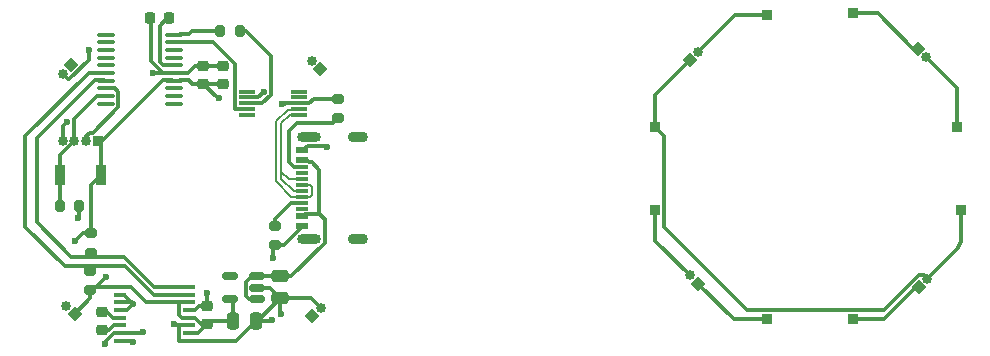
<source format=gbr>
%TF.GenerationSoftware,KiCad,Pcbnew,8.0.0*%
%TF.CreationDate,2024-05-16T16:09:19+03:00*%
%TF.ProjectId,pressure_sensor,70726573-7375-4726-955f-73656e736f72,rev?*%
%TF.SameCoordinates,Original*%
%TF.FileFunction,Copper,L1,Top*%
%TF.FilePolarity,Positive*%
%FSLAX46Y46*%
G04 Gerber Fmt 4.6, Leading zero omitted, Abs format (unit mm)*
G04 Created by KiCad (PCBNEW 8.0.0) date 2024-05-16 16:09:19*
%MOMM*%
%LPD*%
G01*
G04 APERTURE LIST*
G04 Aperture macros list*
%AMRoundRect*
0 Rectangle with rounded corners*
0 $1 Rounding radius*
0 $2 $3 $4 $5 $6 $7 $8 $9 X,Y pos of 4 corners*
0 Add a 4 corners polygon primitive as box body*
4,1,4,$2,$3,$4,$5,$6,$7,$8,$9,$2,$3,0*
0 Add four circle primitives for the rounded corners*
1,1,$1+$1,$2,$3*
1,1,$1+$1,$4,$5*
1,1,$1+$1,$6,$7*
1,1,$1+$1,$8,$9*
0 Add four rect primitives between the rounded corners*
20,1,$1+$1,$2,$3,$4,$5,0*
20,1,$1+$1,$4,$5,$6,$7,0*
20,1,$1+$1,$6,$7,$8,$9,0*
20,1,$1+$1,$8,$9,$2,$3,0*%
%AMHorizOval*
0 Thick line with rounded ends*
0 $1 width*
0 $2 $3 position (X,Y) of the first rounded end (center of the circle)*
0 $4 $5 position (X,Y) of the second rounded end (center of the circle)*
0 Add line between two ends*
20,1,$1,$2,$3,$4,$5,0*
0 Add two circle primitives to create the rounded ends*
1,1,$1,$2,$3*
1,1,$1,$4,$5*%
%AMRotRect*
0 Rectangle, with rotation*
0 The origin of the aperture is its center*
0 $1 length*
0 $2 width*
0 $3 Rotation angle, in degrees counterclockwise*
0 Add horizontal line*
21,1,$1,$2,0,0,$3*%
G04 Aperture macros list end*
%TA.AperFunction,ComponentPad*%
%ADD10R,0.850000X0.850000*%
%TD*%
%TA.AperFunction,ComponentPad*%
%ADD11RotRect,0.850000X0.850000X45.000000*%
%TD*%
%TA.AperFunction,ComponentPad*%
%ADD12HorizOval,0.850000X0.000000X0.000000X0.000000X0.000000X0*%
%TD*%
%TA.AperFunction,SMDPad,CuDef*%
%ADD13R,1.000000X0.400000*%
%TD*%
%TA.AperFunction,SMDPad,CuDef*%
%ADD14RoundRect,0.225000X0.250000X-0.225000X0.250000X0.225000X-0.250000X0.225000X-0.250000X-0.225000X0*%
%TD*%
%TA.AperFunction,ComponentPad*%
%ADD15RotRect,0.850000X0.850000X225.000000*%
%TD*%
%TA.AperFunction,ComponentPad*%
%ADD16HorizOval,0.850000X0.000000X0.000000X0.000000X0.000000X0*%
%TD*%
%TA.AperFunction,SMDPad,CuDef*%
%ADD17RoundRect,0.100000X0.637500X0.100000X-0.637500X0.100000X-0.637500X-0.100000X0.637500X-0.100000X0*%
%TD*%
%TA.AperFunction,SMDPad,CuDef*%
%ADD18RoundRect,0.250000X-0.250000X-0.475000X0.250000X-0.475000X0.250000X0.475000X-0.250000X0.475000X0*%
%TD*%
%TA.AperFunction,SMDPad,CuDef*%
%ADD19RoundRect,0.150000X0.512500X0.150000X-0.512500X0.150000X-0.512500X-0.150000X0.512500X-0.150000X0*%
%TD*%
%TA.AperFunction,ComponentPad*%
%ADD20RotRect,0.850000X0.850000X135.000000*%
%TD*%
%TA.AperFunction,ComponentPad*%
%ADD21HorizOval,0.850000X0.000000X0.000000X0.000000X0.000000X0*%
%TD*%
%TA.AperFunction,SMDPad,CuDef*%
%ADD22RoundRect,0.225000X-0.250000X0.225000X-0.250000X-0.225000X0.250000X-0.225000X0.250000X0.225000X0*%
%TD*%
%TA.AperFunction,ComponentPad*%
%ADD23O,0.850000X0.850000*%
%TD*%
%TA.AperFunction,SMDPad,CuDef*%
%ADD24RoundRect,0.250000X-0.475000X0.250000X-0.475000X-0.250000X0.475000X-0.250000X0.475000X0.250000X0*%
%TD*%
%TA.AperFunction,SMDPad,CuDef*%
%ADD25RoundRect,0.200000X-0.275000X0.200000X-0.275000X-0.200000X0.275000X-0.200000X0.275000X0.200000X0*%
%TD*%
%TA.AperFunction,SMDPad,CuDef*%
%ADD26RoundRect,0.200000X-0.200000X-0.275000X0.200000X-0.275000X0.200000X0.275000X-0.200000X0.275000X0*%
%TD*%
%TA.AperFunction,SMDPad,CuDef*%
%ADD27RoundRect,0.200000X0.275000X-0.200000X0.275000X0.200000X-0.275000X0.200000X-0.275000X-0.200000X0*%
%TD*%
%TA.AperFunction,SMDPad,CuDef*%
%ADD28R,1.400000X0.300000*%
%TD*%
%TA.AperFunction,SMDPad,CuDef*%
%ADD29R,0.900000X1.700000*%
%TD*%
%TA.AperFunction,SMDPad,CuDef*%
%ADD30RoundRect,0.225000X0.225000X0.250000X-0.225000X0.250000X-0.225000X-0.250000X0.225000X-0.250000X0*%
%TD*%
%TA.AperFunction,ComponentPad*%
%ADD31RotRect,0.850000X0.850000X315.000000*%
%TD*%
%TA.AperFunction,ComponentPad*%
%ADD32HorizOval,0.850000X0.000000X0.000000X0.000000X0.000000X0*%
%TD*%
%TA.AperFunction,SMDPad,CuDef*%
%ADD33R,1.140000X0.600000*%
%TD*%
%TA.AperFunction,SMDPad,CuDef*%
%ADD34R,1.140000X0.300000*%
%TD*%
%TA.AperFunction,ComponentPad*%
%ADD35O,2.000000X0.900000*%
%TD*%
%TA.AperFunction,ComponentPad*%
%ADD36O,1.700000X0.900000*%
%TD*%
%TA.AperFunction,ViaPad*%
%ADD37C,0.600000*%
%TD*%
%TA.AperFunction,Conductor*%
%ADD38C,0.300000*%
%TD*%
%TA.AperFunction,Conductor*%
%ADD39C,0.200000*%
%TD*%
G04 APERTURE END LIST*
D10*
%TO.P,J12,1,Pin_1*%
%TO.N,/Ap*%
X234892136Y-81892136D03*
%TD*%
D11*
%TO.P,J10,1,Pin_1*%
%TO.N,/An*%
X231210029Y-68260029D03*
D12*
%TO.P,J10,2,Pin_2*%
%TO.N,+3.3VA*%
X231917136Y-68967136D03*
%TD*%
D13*
%TO.P,D1,1,DVDD*%
%TO.N,+3.3V*%
X163700004Y-88450003D03*
%TO.P,D1,2,DGND*%
%TO.N,GND*%
X163700002Y-89100003D03*
%TO.P,D1,3,CLKIN*%
X163700004Y-89750004D03*
%TO.P,D1,4,GAIN*%
X163700004Y-90400006D03*
%TO.P,D1,5,CAP*%
%TO.N,Net-(C3-Pad2)*%
X163699994Y-91049993D03*
%TO.P,D1,6,CAP*%
%TO.N,Net-(C3-Pad1)*%
X163700000Y-91700005D03*
%TO.P,D1,7,AINP*%
%TO.N,/A+*%
X163700001Y-92350005D03*
%TO.P,D1,8,AINN*%
%TO.N,/A-*%
X163700002Y-93000001D03*
%TO.P,D1,9,REFN*%
%TO.N,GND*%
X169500000Y-93000001D03*
%TO.P,D1,10,REFP*%
%TO.N,+3.3V*%
X169500002Y-92350001D03*
%TO.P,D1,11,AGND*%
%TO.N,GND*%
X169500000Y-91700000D03*
%TO.P,D1,12,AVDD*%
%TO.N,+3.3V*%
X169500000Y-91049998D03*
%TO.P,D1,13,SPEED*%
%TO.N,GND*%
X169500010Y-90400011D03*
%TO.P,D1,14,PWDN*%
%TO.N,+3.3V*%
X169500004Y-89749999D03*
%TO.P,D1,15,SCLK*%
%TO.N,/I2C2_SCL*%
X169500003Y-89099999D03*
%TO.P,D1,16,~DRDY/DOUT*%
%TO.N,/I2C2_SDA*%
X169500002Y-88450003D03*
%TD*%
D14*
%TO.P,C19,1*%
%TO.N,+3.3V*%
X172350000Y-71250000D03*
%TO.P,C19,2*%
%TO.N,GND*%
X172350000Y-69699998D03*
%TD*%
D15*
%TO.P,J2,1,Pin_1*%
%TO.N,+3.3V*%
X159825000Y-90725000D03*
D16*
%TO.P,J2,2,Pin_2*%
%TO.N,/A+*%
X159117893Y-90017893D03*
%TD*%
D17*
%TO.P,U4,1,PB7/PB8*%
%TO.N,unconnected-(U4-PB7{slash}PB8-Pad1)*%
X168199999Y-72925000D03*
%TO.P,U4,2,PC14/PB9*%
%TO.N,unconnected-(U4-PC14{slash}PB9-Pad2)*%
X168200000Y-72275000D03*
%TO.P,U4,3,PC15*%
%TO.N,unconnected-(U4-PC15-Pad3)*%
X168200000Y-71625000D03*
%TO.P,U4,4,VDD*%
%TO.N,+3.3V*%
X168200000Y-70975000D03*
%TO.P,U4,5,VSS*%
%TO.N,GND*%
X168199999Y-70324999D03*
%TO.P,U4,6,NRST*%
%TO.N,/NRST*%
X168199999Y-69675001D03*
%TO.P,U4,7,PA0*%
%TO.N,unconnected-(U4-PA0-Pad7)*%
X168200000Y-69025000D03*
%TO.P,U4,8,PA1*%
%TO.N,unconnected-(U4-PA1-Pad8)*%
X168200000Y-68375001D03*
%TO.P,U4,9,PA2*%
%TO.N,/USART2_TX*%
X168199999Y-67724999D03*
%TO.P,U4,10,PA3*%
%TO.N,/USART2_RX*%
X168200004Y-67075001D03*
%TO.P,U4,11,PA4*%
%TO.N,unconnected-(U4-PA4-Pad11)*%
X162475001Y-67075000D03*
%TO.P,U4,12,PA5*%
%TO.N,unconnected-(U4-PA5-Pad12)*%
X162475000Y-67725000D03*
%TO.P,U4,13,PA6*%
%TO.N,unconnected-(U4-PA6-Pad13)*%
X162475000Y-68375000D03*
%TO.P,U4,14,PA7*%
%TO.N,unconnected-(U4-PA7-Pad14)*%
X162475000Y-69025000D03*
%TO.P,U4,15,PB0/PB1/PB2/PA8*%
%TO.N,unconnected-(U4-PB0{slash}PB1{slash}PB2{slash}PA8-Pad15)*%
X162475001Y-69675001D03*
%TO.P,U4,16,PA11/PA9*%
%TO.N,/I2C2_SCL*%
X162475001Y-70324999D03*
%TO.P,U4,17,PA12/PA10*%
%TO.N,/I2C2_SDA*%
X162475000Y-70975000D03*
%TO.P,U4,18,PA13*%
%TO.N,/SWCLK*%
X162475000Y-71624999D03*
%TO.P,U4,19,PA14/PA15*%
%TO.N,/SWDIO*%
X162475001Y-72275001D03*
%TO.P,U4,20,PB3/PB4/PB5/PB6*%
%TO.N,unconnected-(U4-PB3{slash}PB4{slash}PB5{slash}PB6-Pad20)*%
X162474996Y-72924999D03*
%TD*%
D18*
%TO.P,C17,1*%
%TO.N,+3.3V*%
X173250002Y-91300002D03*
%TO.P,C17,2*%
%TO.N,GND*%
X175150000Y-91300002D03*
%TD*%
D19*
%TO.P,U3,1,VIN*%
%TO.N,VBUS*%
X175249998Y-89450003D03*
%TO.P,U3,2,GND*%
%TO.N,GND*%
X175249998Y-88500003D03*
%TO.P,U3,3,EN*%
%TO.N,VBUS*%
X175249998Y-87550003D03*
%TO.P,U3,4,NC*%
%TO.N,unconnected-(U3-NC-Pad4)*%
X172974998Y-87550003D03*
%TO.P,U3,5,VOUT*%
%TO.N,+3.3V*%
X172974998Y-89450003D03*
%TD*%
D15*
%TO.P,J4,1,Pin_1*%
%TO.N,/A+*%
X180600000Y-70000000D03*
D16*
%TO.P,J4,2,Pin_2*%
%TO.N,GND*%
X179892893Y-69292893D03*
%TD*%
D10*
%TO.P,J14,1,Pin_1*%
%TO.N,GNDA*%
X208992136Y-81892136D03*
%TD*%
D20*
%TO.P,J7,1,Pin_1*%
%TO.N,+3.3VA*%
X231317136Y-88467136D03*
D21*
%TO.P,J7,2,Pin_2*%
%TO.N,/Ap*%
X232024243Y-87760029D03*
%TD*%
D22*
%TO.P,C4,1*%
%TO.N,GND*%
X171050001Y-90059875D03*
%TO.P,C4,2*%
%TO.N,+3.3V*%
X171050001Y-91609877D03*
%TD*%
D10*
%TO.P,J3,1,Pin_1*%
%TO.N,+3.3V*%
X161800001Y-76075000D03*
D23*
%TO.P,J3,2,Pin_2*%
%TO.N,/SWCLK*%
X160800001Y-76075000D03*
%TO.P,J3,3,Pin_3*%
%TO.N,/SWDIO*%
X159800001Y-76075000D03*
%TO.P,J3,4,Pin_4*%
%TO.N,GND*%
X158800001Y-76075000D03*
%TD*%
D24*
%TO.P,C16,1*%
%TO.N,VBUS*%
X177250000Y-87500002D03*
%TO.P,C16,2*%
%TO.N,GND*%
X177250000Y-89400000D03*
%TD*%
D10*
%TO.P,J1,1,Pin_1*%
%TO.N,+3.3VA*%
X234567136Y-74867136D03*
%TD*%
%TO.P,J16,1,Pin_1*%
%TO.N,/An*%
X218417136Y-91192136D03*
%TD*%
%TO.P,J18,1,Pin_1*%
%TO.N,GNDA*%
X218417136Y-65392136D03*
%TD*%
D25*
%TO.P,R14,1*%
%TO.N,/I2C2_SCL*%
X161150000Y-87075000D03*
%TO.P,R14,2*%
%TO.N,+3.3V*%
X161150000Y-88725000D03*
%TD*%
D26*
%TO.P,R9,1*%
%TO.N,/SWDIO*%
X158550000Y-81575000D03*
%TO.P,R9,2*%
%TO.N,GND*%
X160200000Y-81575000D03*
%TD*%
D10*
%TO.P,J13,1,Pin_1*%
%TO.N,/Ap*%
X208992136Y-74942136D03*
%TD*%
D20*
%TO.P,J8,1,Pin_1*%
%TO.N,/Ap*%
X211917136Y-69267136D03*
D21*
%TO.P,J8,2,Pin_2*%
%TO.N,GNDA*%
X212624243Y-68560029D03*
%TD*%
D14*
%TO.P,C3,1*%
%TO.N,Net-(C3-Pad1)*%
X162100000Y-92100000D03*
%TO.P,C3,2*%
%TO.N,Net-(C3-Pad2)*%
X162100000Y-90549998D03*
%TD*%
D10*
%TO.P,J17,1,Pin_1*%
%TO.N,/An*%
X225692136Y-65292136D03*
%TD*%
D27*
%TO.P,R1,1*%
%TO.N,Net-(J11-CC2)*%
X182150000Y-74150000D03*
%TO.P,R1,2*%
%TO.N,GND*%
X182150000Y-72500000D03*
%TD*%
D28*
%TO.P,U5,1,UD+*%
%TO.N,/D+*%
X178850005Y-73899998D03*
%TO.P,U5,2,UD-*%
%TO.N,/D-*%
X178850000Y-73400000D03*
%TO.P,U5,3,GND*%
%TO.N,GND*%
X178850000Y-72900000D03*
%TO.P,U5,4,~{RTS}*%
%TO.N,unconnected-(U5-~{RTS}-Pad4)*%
X178850002Y-72400004D03*
%TO.P,U5,5,~{CTS}*%
%TO.N,unconnected-(U5-~{CTS}-Pad5)*%
X178850001Y-71899999D03*
%TO.P,U5,6,TNOW*%
%TO.N,unconnected-(U5-TNOW-Pad6)*%
X174449995Y-71900002D03*
%TO.P,U5,7,VCC*%
%TO.N,+3.3V*%
X174450000Y-72400000D03*
%TO.P,U5,8,TXD*%
%TO.N,Net-(U5-TXD)*%
X174450000Y-72900000D03*
%TO.P,U5,9,RXD*%
%TO.N,/USART2_TX*%
X174449998Y-73399996D03*
%TO.P,U5,10,V3*%
%TO.N,unconnected-(U5-V3-Pad10)*%
X174449999Y-73900001D03*
%TD*%
D29*
%TO.P,SW2,1,1*%
%TO.N,/SWDIO*%
X158625000Y-79000000D03*
%TO.P,SW2,2,2*%
%TO.N,+3.3V*%
X162025000Y-79000000D03*
%TD*%
D10*
%TO.P,J15,1,Pin_1*%
%TO.N,+3.3VA*%
X225717136Y-91192136D03*
%TD*%
D27*
%TO.P,R15,1*%
%TO.N,/I2C2_SDA*%
X161175000Y-85550000D03*
%TO.P,R15,2*%
%TO.N,+3.3V*%
X161175000Y-83900000D03*
%TD*%
D30*
%TO.P,C20,1*%
%TO.N,/NRST*%
X167775002Y-65650000D03*
%TO.P,C20,2*%
%TO.N,GND*%
X166225000Y-65650000D03*
%TD*%
D15*
%TO.P,J9,1,Pin_1*%
%TO.N,/An*%
X212617136Y-88167136D03*
D16*
%TO.P,J9,2,Pin_2*%
%TO.N,GNDA*%
X211910029Y-87460029D03*
%TD*%
D31*
%TO.P,J6,1,Pin_1*%
%TO.N,/A-*%
X159503554Y-69696445D03*
D32*
%TO.P,J6,2,Pin_2*%
%TO.N,+3.3V*%
X158796447Y-70403552D03*
%TD*%
D14*
%TO.P,C18,1*%
%TO.N,+3.3V*%
X170700000Y-71250000D03*
%TO.P,C18,2*%
%TO.N,GND*%
X170700000Y-69699998D03*
%TD*%
D20*
%TO.P,J5,1,Pin_1*%
%TO.N,/A-*%
X179942893Y-90907107D03*
D21*
%TO.P,J5,2,Pin_2*%
%TO.N,GND*%
X180650000Y-90200000D03*
%TD*%
D33*
%TO.P,J11,A1_B12,GND*%
%TO.N,GND*%
X179050001Y-83275000D03*
%TO.P,J11,A4_B9,VBUS*%
%TO.N,VBUS*%
X179050001Y-82475001D03*
D34*
%TO.P,J11,A5,CC1*%
%TO.N,Net-(J11-CC1)*%
X179050001Y-81325000D03*
%TO.P,J11,A6,DP1*%
%TO.N,/D+*%
X179050000Y-80325000D03*
%TO.P,J11,A7,DN1*%
%TO.N,/D-*%
X179050001Y-79825001D03*
%TO.P,J11,A8,SBU1*%
%TO.N,unconnected-(J11-SBU1-PadA8)*%
X179050002Y-78825000D03*
D33*
%TO.P,J11,B1_A12,GND*%
%TO.N,GND*%
X179050001Y-76875000D03*
%TO.P,J11,B4_A9,VBUS*%
%TO.N,VBUS*%
X179050002Y-77674999D03*
D34*
%TO.P,J11,B5,CC2*%
%TO.N,Net-(J11-CC2)*%
X179050000Y-78325000D03*
%TO.P,J11,B6,DP2*%
%TO.N,/D+*%
X179050000Y-79324999D03*
%TO.P,J11,B7,DN2*%
%TO.N,/D-*%
X179050002Y-80825001D03*
%TO.P,J11,B8,SBU2*%
%TO.N,unconnected-(J11-SBU2-PadB8)*%
X179050001Y-81825000D03*
D35*
%TO.P,J11,S1,SHIELD*%
%TO.N,unconnected-(J11-SHIELD-PadS1)_2*%
X179630001Y-84400000D03*
%TO.P,J11,S2,SHIELD*%
%TO.N,unconnected-(J11-SHIELD-PadS1)_0*%
X179630002Y-75749999D03*
D36*
%TO.P,J11,S3,SHIELD*%
%TO.N,unconnected-(J11-SHIELD-PadS1)*%
X183800001Y-84400000D03*
%TO.P,J11,S4,SHIELD*%
%TO.N,unconnected-(J11-SHIELD-PadS1)_1*%
X183800001Y-75750000D03*
%TD*%
D25*
%TO.P,R2,1*%
%TO.N,Net-(J11-CC1)*%
X176800000Y-83250000D03*
%TO.P,R2,2*%
%TO.N,GND*%
X176800000Y-84900000D03*
%TD*%
D26*
%TO.P,R10,1*%
%TO.N,/USART2_RX*%
X172150000Y-66750000D03*
%TO.P,R10,2*%
%TO.N,Net-(U5-TXD)*%
X173800000Y-66750000D03*
%TD*%
D37*
%TO.N,GND*%
X176600000Y-86000000D03*
X177375000Y-72975000D03*
X159175000Y-74450000D03*
X181200000Y-76575000D03*
X164775000Y-89850000D03*
X171050000Y-89000000D03*
X160150000Y-82625000D03*
X166425000Y-70325000D03*
X176500000Y-91275000D03*
X168275000Y-91575000D03*
X177275000Y-90775000D03*
%TO.N,+3.3V*%
X172050000Y-72475000D03*
X162500000Y-87575000D03*
X175825000Y-71950000D03*
X161000000Y-68425000D03*
X159875000Y-84525000D03*
%TO.N,/A-*%
X164725000Y-93075000D03*
%TO.N,/A+*%
X165600000Y-92300000D03*
X162375000Y-93275000D03*
%TD*%
D38*
%TO.N,GND*%
X180100000Y-72500000D02*
X182150000Y-72500000D01*
X170000002Y-69699998D02*
X170700000Y-69699998D01*
X178850000Y-72900000D02*
X177650000Y-72900000D01*
X160200000Y-82575000D02*
X160150000Y-82625000D01*
X179150000Y-76875000D02*
X179540000Y-76485000D01*
X176474998Y-91300002D02*
X176500000Y-91275000D01*
X179540000Y-76485000D02*
X181110000Y-76485000D01*
X170700000Y-69699998D02*
X172350000Y-69699998D01*
X173450001Y-93000001D02*
X169500000Y-93000001D01*
X177525000Y-84900000D02*
X179150000Y-83275000D01*
X169400001Y-70299999D02*
X170000002Y-69699998D01*
X170315125Y-90059875D02*
X171050001Y-90059875D01*
X163700002Y-89100003D02*
X164025003Y-89100003D01*
X176600000Y-84900000D02*
X177525000Y-84900000D01*
X163700004Y-89750004D02*
X164675004Y-89750004D01*
X164025003Y-89100003D02*
X164775000Y-89850000D01*
X168275000Y-91575000D02*
X168625000Y-91700000D01*
X168625000Y-92925001D02*
X168625000Y-91700000D01*
X168024999Y-70299999D02*
X166450001Y-70299999D01*
X163700004Y-90400006D02*
X164224994Y-90400006D01*
X176350003Y-88500003D02*
X177250000Y-89400000D01*
X166299998Y-69312497D02*
X167287500Y-70299999D01*
X166299998Y-65500000D02*
X166299998Y-69312497D01*
X167287500Y-70299999D02*
X168024999Y-70299999D01*
X180650000Y-90200000D02*
X179850000Y-89400000D01*
X169974989Y-90400011D02*
X170315125Y-90059875D01*
X177250000Y-89400000D02*
X177250000Y-90750000D01*
X181110000Y-76485000D02*
X181200000Y-76575000D01*
X168700000Y-93000001D02*
X168625000Y-92925001D01*
X179700000Y-72900000D02*
X180100000Y-72500000D01*
X169500010Y-90400011D02*
X169974989Y-90400011D01*
X169500000Y-93000001D02*
X168700000Y-93000001D01*
X160200000Y-81575000D02*
X160200000Y-82575000D01*
X177250000Y-90750000D02*
X177275000Y-90775000D01*
X178850000Y-72900000D02*
X179700000Y-72900000D01*
X168749998Y-70299999D02*
X169400001Y-70299999D01*
X168625000Y-91700000D02*
X169500000Y-91700000D01*
X175150000Y-91300002D02*
X173450001Y-93000001D01*
X171050001Y-90059875D02*
X171050000Y-89000000D01*
X177575000Y-72975000D02*
X177375000Y-72975000D01*
X164675004Y-89750004D02*
X164775000Y-89850000D01*
X177650000Y-72900000D02*
X177625000Y-72925000D01*
X175150000Y-91300002D02*
X176474998Y-91300002D01*
X158800001Y-76075000D02*
X158800001Y-74824999D01*
X177625000Y-72925000D02*
X177575000Y-72975000D01*
X175349998Y-91300002D02*
X177250000Y-89400000D01*
X169500000Y-91700000D02*
X168950003Y-91700000D01*
X176600000Y-84900000D02*
X176600000Y-86000000D01*
X175150000Y-91300002D02*
X175349998Y-91300002D01*
X166450001Y-70299999D02*
X166425000Y-70325000D01*
X164224994Y-90400006D02*
X164775000Y-89850000D01*
X175249998Y-88500003D02*
X176350003Y-88500003D01*
X171149997Y-88900003D02*
X171050000Y-89000000D01*
X158800001Y-74824999D02*
X159175000Y-74450000D01*
X179850000Y-89400000D02*
X177250000Y-89400000D01*
%TO.N,Net-(C3-Pad1)*%
X163700000Y-91700005D02*
X163124995Y-91700005D01*
X163124995Y-91700005D02*
X162725000Y-92100000D01*
X162725000Y-92100000D02*
X162100000Y-92100000D01*
%TO.N,Net-(C3-Pad2)*%
X163099993Y-91049993D02*
X162599998Y-90549998D01*
D39*
X162250002Y-90449998D02*
X162424998Y-90449998D01*
D38*
X162599998Y-90549998D02*
X162100000Y-90549998D01*
X163699994Y-91049993D02*
X163099993Y-91049993D01*
%TO.N,+3.3V*%
X173250002Y-89725007D02*
X172974998Y-89450003D01*
X169974998Y-91049998D02*
X170534877Y-91609877D01*
X174450000Y-72400000D02*
X175375000Y-72400000D01*
X161000000Y-69192777D02*
X159364226Y-70828551D01*
X161000000Y-68425000D02*
X161000000Y-69192777D01*
X170534877Y-91609877D02*
X171050001Y-91609877D01*
X168895997Y-91049998D02*
X168700000Y-90854001D01*
X161175000Y-83900000D02*
X161175000Y-79850000D01*
X162025000Y-76299999D02*
X161800001Y-76075000D01*
X161150000Y-89400000D02*
X159825000Y-90725000D01*
X163700004Y-88450003D02*
X164584317Y-88450003D01*
X162150000Y-79125000D02*
X162025000Y-79000000D01*
X161424997Y-88450003D02*
X161150000Y-88725000D01*
X171359876Y-91300002D02*
X171050001Y-91609877D01*
X168749999Y-70950000D02*
X169500000Y-70950000D01*
X172050000Y-72475000D02*
X171925000Y-72475000D01*
X161175000Y-83900000D02*
X160500000Y-83900000D01*
D39*
X170634877Y-91609877D02*
X171050001Y-91609877D01*
D38*
X162025000Y-79000000D02*
X162025000Y-76299999D01*
X168700000Y-89750003D02*
X168700004Y-89749999D01*
X169500000Y-91049998D02*
X168895997Y-91049998D01*
X169500000Y-91049998D02*
X169974998Y-91049998D01*
X173250002Y-91300002D02*
X171359876Y-91300002D01*
X170700000Y-71250000D02*
X172350000Y-71250000D01*
X159364226Y-70828551D02*
X159221446Y-70828551D01*
X168700004Y-89749999D02*
X169500004Y-89749999D01*
X175375000Y-72400000D02*
X175825000Y-71950000D01*
X160500000Y-83900000D02*
X159875000Y-84525000D01*
X169500004Y-89749999D02*
X165884313Y-89749999D01*
X161150000Y-88725000D02*
X161350000Y-88725000D01*
X161175000Y-79850000D02*
X162025000Y-79000000D01*
X169800000Y-71250000D02*
X170700000Y-71250000D01*
X170309877Y-92350001D02*
X171050001Y-91609877D01*
X161350000Y-88725000D02*
X162500000Y-87575000D01*
X164584317Y-88450003D02*
X165792157Y-89657843D01*
X167287501Y-70950000D02*
X162162501Y-76075000D01*
X168700000Y-90854001D02*
X168700000Y-89750003D01*
X169500002Y-92350001D02*
X170309877Y-92350001D01*
X169500000Y-70950000D02*
X169800000Y-71250000D01*
X173250002Y-91300002D02*
X173250002Y-89725007D01*
X159221446Y-70828551D02*
X158796447Y-70403552D01*
X163700004Y-88450003D02*
X161424997Y-88450003D01*
X162162501Y-76075000D02*
X161800001Y-76075000D01*
X161150000Y-88725000D02*
X161150000Y-89400000D01*
X168025000Y-70950000D02*
X167287501Y-70950000D01*
X165884313Y-89749999D02*
X165792157Y-89657843D01*
X171925000Y-72475000D02*
X170700000Y-71250000D01*
%TO.N,/NRST*%
X168024999Y-69650001D02*
X167287500Y-69650001D01*
X167025000Y-69387501D02*
X167025000Y-66325000D01*
X167025000Y-66325000D02*
X167850000Y-65500000D01*
X167287500Y-69650001D02*
X167025000Y-69387501D01*
%TO.N,VBUS*%
X179050002Y-77674999D02*
X179200003Y-77825000D01*
X180509949Y-82265000D02*
X179360001Y-82265000D01*
X179600000Y-77825000D02*
X179675000Y-77900000D01*
X180980000Y-82735051D02*
X180509949Y-82265000D01*
X177199999Y-87550003D02*
X177250000Y-87500002D01*
X174587499Y-89450003D02*
X174310498Y-89173002D01*
X179675000Y-77900000D02*
X179900000Y-77900000D01*
X174824997Y-87550003D02*
X175249998Y-87550003D01*
X177250000Y-87500002D02*
X178169947Y-87500002D01*
X179360001Y-82265000D02*
X179150000Y-82475001D01*
X179900000Y-77900000D02*
X180509949Y-78509949D01*
X180980000Y-84689949D02*
X180980000Y-82735051D01*
X175249998Y-89450003D02*
X174587499Y-89450003D01*
X178169947Y-87500002D02*
X180980000Y-84689949D01*
X180509949Y-78509949D02*
X180509949Y-82265000D01*
X175249998Y-87550003D02*
X177199999Y-87550003D01*
X174310498Y-89173002D02*
X174310498Y-88064502D01*
X179200003Y-77825000D02*
X179600000Y-77825000D01*
X174310498Y-88064502D02*
X174824997Y-87550003D01*
D39*
%TO.N,/D-*%
X176886156Y-74395644D02*
X177856804Y-73424996D01*
X179125000Y-80800000D02*
X178181800Y-80800000D01*
X178825004Y-73424996D02*
X178850000Y-73400000D01*
X179150000Y-79825001D02*
X179770000Y-79825001D01*
X178181800Y-80800000D02*
X176886156Y-79504356D01*
X179769998Y-80825001D02*
X179150001Y-80825001D01*
X178875001Y-73425001D02*
X178850000Y-73400000D01*
X179150000Y-79825001D02*
X179175000Y-79800001D01*
X179150001Y-80825001D02*
X179125000Y-80800000D01*
X176886156Y-79504356D02*
X176886156Y-74395644D01*
X179919999Y-80675000D02*
X179769998Y-80825001D01*
X177856804Y-73424996D02*
X178825004Y-73424996D01*
X179770000Y-79825001D02*
X179919999Y-79975000D01*
X179919999Y-79975000D02*
X179919999Y-80675000D01*
D38*
%TO.N,/SWDIO*%
X159800001Y-74212502D02*
X159800001Y-76075000D01*
X158625000Y-77250001D02*
X159800001Y-76075000D01*
X158550000Y-81575000D02*
X158550000Y-79075000D01*
X163037500Y-72250001D02*
X162300001Y-72250001D01*
X161737502Y-72275001D02*
X159800001Y-74212502D01*
X162475001Y-72275001D02*
X161737502Y-72275001D01*
X158550000Y-79075000D02*
X158625000Y-79000000D01*
X158625000Y-79000000D02*
X158625000Y-77250001D01*
%TO.N,/SWCLK*%
X163224999Y-71599999D02*
X162300000Y-71599999D01*
X163489496Y-73235504D02*
X161352000Y-75373000D01*
X162475000Y-71624999D02*
X163212499Y-71624999D01*
X161352000Y-75373000D02*
X161098001Y-75373000D01*
X163212499Y-71624999D02*
X163489496Y-71901996D01*
X163489496Y-71901996D02*
X163489496Y-73235504D01*
X161098001Y-75373000D02*
X160800001Y-75671000D01*
X160800001Y-75671000D02*
X160800001Y-76075000D01*
%TO.N,/A-*%
X163700002Y-93000001D02*
X164650001Y-93000001D01*
X164650001Y-93000001D02*
X164725000Y-93075000D01*
%TO.N,/A+*%
X163149998Y-92350005D02*
X162375000Y-93125003D01*
X165600000Y-92300000D02*
X165224995Y-92350005D01*
X163700001Y-92350005D02*
X163149998Y-92350005D01*
X162375000Y-93125003D02*
X162375000Y-93275000D01*
X165224995Y-92350005D02*
X163700001Y-92350005D01*
%TO.N,/I2C2_SDA*%
X166575003Y-88450003D02*
X169500002Y-88450003D01*
X164025000Y-85900000D02*
X166575003Y-88450003D01*
X162300000Y-70950000D02*
X161525000Y-70950000D01*
X156600000Y-75875000D02*
X156600000Y-82950000D01*
X156600000Y-82950000D02*
X159550000Y-85900000D01*
X159550000Y-85900000D02*
X164025000Y-85900000D01*
X161525000Y-70950000D02*
X156600000Y-75875000D01*
%TO.N,/I2C2_SCL*%
X166524999Y-89099999D02*
X169500003Y-89099999D01*
X164125000Y-86700000D02*
X166524999Y-89099999D01*
X155650000Y-75675000D02*
X155650000Y-83350000D01*
X155650000Y-83350000D02*
X159000000Y-86700000D01*
X159000000Y-86700000D02*
X164125000Y-86700000D01*
X162300001Y-70299999D02*
X161025001Y-70299999D01*
X161025001Y-70299999D02*
X155650000Y-75675000D01*
%TO.N,Net-(U5-TXD)*%
X175691002Y-72900000D02*
X174450000Y-72900000D01*
X173800000Y-66750000D02*
X174300006Y-66750000D01*
X174300006Y-66750000D02*
X176425000Y-68874994D01*
X176425000Y-68874994D02*
X176425000Y-72166002D01*
X176425000Y-72166002D02*
X175691002Y-72900000D01*
%TO.N,/USART2_RX*%
X169487502Y-67050001D02*
X169787503Y-66750000D01*
X168750003Y-67050001D02*
X169487502Y-67050001D01*
X169787503Y-66750000D02*
X172150000Y-66750000D01*
%TO.N,/USART2_TX*%
X173400000Y-73400000D02*
X173400000Y-69558828D01*
X173400000Y-69558828D02*
X171566171Y-67724999D01*
X171566171Y-67724999D02*
X168199999Y-67724999D01*
X174449998Y-73400000D02*
X173400000Y-73400000D01*
D39*
%TO.N,unconnected-(U5-V3-Pad10)*%
X175000003Y-73900005D02*
X175024998Y-73925000D01*
%TO.N,/D+*%
X178368199Y-80349999D02*
X177336156Y-79317956D01*
X179149999Y-79324999D02*
X179175000Y-79350000D01*
X179125000Y-80349999D02*
X178368199Y-80349999D01*
X177336156Y-78700000D02*
X177336156Y-74582044D01*
X178875001Y-73875002D02*
X178850005Y-73899998D01*
X177961155Y-79324999D02*
X177336156Y-78700000D01*
X179149999Y-80325000D02*
X179125000Y-80349999D01*
X179149999Y-79324999D02*
X177961155Y-79324999D01*
X177336156Y-79317956D02*
X177336156Y-78700000D01*
X178043203Y-73874997D02*
X178825004Y-73874997D01*
X178825004Y-73874997D02*
X178850005Y-73899998D01*
X177336156Y-74582044D02*
X178043203Y-73874997D01*
D38*
%TO.N,Net-(J11-CC2)*%
X177950000Y-77844998D02*
X178430002Y-78325000D01*
X179149999Y-78325000D02*
X178430002Y-78325000D01*
X181700000Y-74600000D02*
X182150000Y-74150000D01*
X178430002Y-78325000D02*
X179050000Y-78325000D01*
X178625000Y-74600000D02*
X177950000Y-75275000D01*
X178625000Y-74600000D02*
X181700000Y-74600000D01*
X177950000Y-75275000D02*
X177950000Y-77844998D01*
%TO.N,Net-(J11-CC1)*%
X179050001Y-81325000D02*
X178180001Y-81325000D01*
X178525000Y-81325000D02*
X179150000Y-81325000D01*
X178180001Y-81325000D02*
X176800000Y-82705001D01*
X176800000Y-82705001D02*
X176800000Y-83250000D01*
%TO.N,+3.3VA*%
X231098556Y-88467136D02*
X231317136Y-88467136D01*
X225717136Y-91192136D02*
X228373556Y-91192136D01*
X231917136Y-68967136D02*
X234567136Y-71617136D01*
X228373556Y-91192136D02*
X231098556Y-88467136D01*
X234567136Y-71617136D02*
X234567136Y-74867136D01*
%TO.N,/Ap*%
X208992136Y-74942136D02*
X209694136Y-75644136D01*
X234892136Y-84539852D02*
X234607151Y-85110013D01*
X231693850Y-87429636D02*
X232024243Y-87760029D01*
X228367244Y-90407756D02*
X231345364Y-87429636D01*
X231345364Y-87429636D02*
X231693850Y-87429636D01*
X209694136Y-83369136D02*
X216732756Y-90407756D01*
X211917136Y-69267136D02*
X208992136Y-72192136D01*
X216732756Y-90407756D02*
X228367244Y-90407756D01*
X208992136Y-72192136D02*
X208992136Y-74942136D01*
X234892136Y-81892136D02*
X234892136Y-84539852D01*
X209694136Y-75644136D02*
X209694136Y-83369136D01*
X234519646Y-85264626D02*
X232024243Y-87760029D01*
X234607151Y-85110013D02*
X234519646Y-85264626D01*
%TO.N,GNDA*%
X215830970Y-65392136D02*
X215757967Y-65426305D01*
X215757967Y-65426305D02*
X212624243Y-68560029D01*
X208992136Y-84542136D02*
X208992136Y-81892136D01*
X211910029Y-87460029D02*
X208992136Y-84542136D01*
X218417136Y-65392136D02*
X215830970Y-65392136D01*
%TO.N,/An*%
X230809504Y-68260029D02*
X231210029Y-68260029D01*
X227841611Y-65292136D02*
X230809504Y-68260029D01*
X225692136Y-65292136D02*
X227841611Y-65292136D01*
X215642136Y-91192136D02*
X212617136Y-88167136D01*
X218417136Y-91192136D02*
X215642136Y-91192136D01*
%TD*%
M02*

</source>
